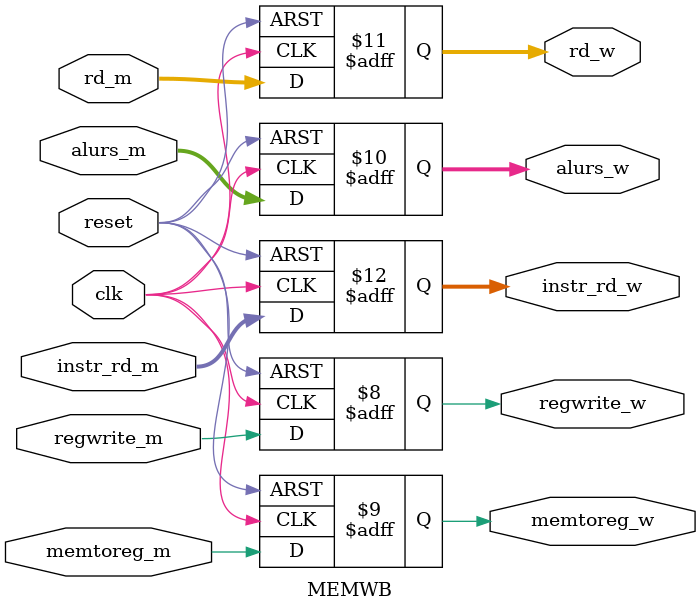
<source format=v>
module MEMWB(
    clk,
    reset,
    regwrite_m,
    memtoreg_m,
    alurs_m,
    rd_m,
    instr_rd_m,
    regwrite_w,
    memtoreg_w,
    alurs_w,
    rd_w,
    instr_rd_w
);

input clk;
input reset;
input regwrite_m;
input memtoreg_m;
input signed [31:0] alurs_m;
input signed [31:0] rd_m;
input [4:0] instr_rd_m;
output regwrite_w;
output memtoreg_w;
output signed [31:0] alurs_w;
output signed [31:0] rd_w;
output [4:0] instr_rd_w;

reg regwrite_w = 1'b0;
reg memtoreg_w = 1'b0;
reg signed [31:0] alurs_w = 32'd0;
reg signed [31:0] rd_w = 32'd0;
reg [4:0] instr_rd_w = 5'd0;

always @(posedge clk or negedge reset) begin
    if(~reset)
        begin
            regwrite_w <= 1'd0;
            memtoreg_w <= 1'd0;
            alurs_w <= 32'd0;
            rd_w <= 32'd0;
            instr_rd_w <= 5'd0;
        end
    else
        begin
            regwrite_w <= regwrite_m;
            memtoreg_w <= memtoreg_m;
            alurs_w <= alurs_m;
            rd_w <= rd_m;
            instr_rd_w <= instr_rd_m;
        end
end

endmodule
</source>
